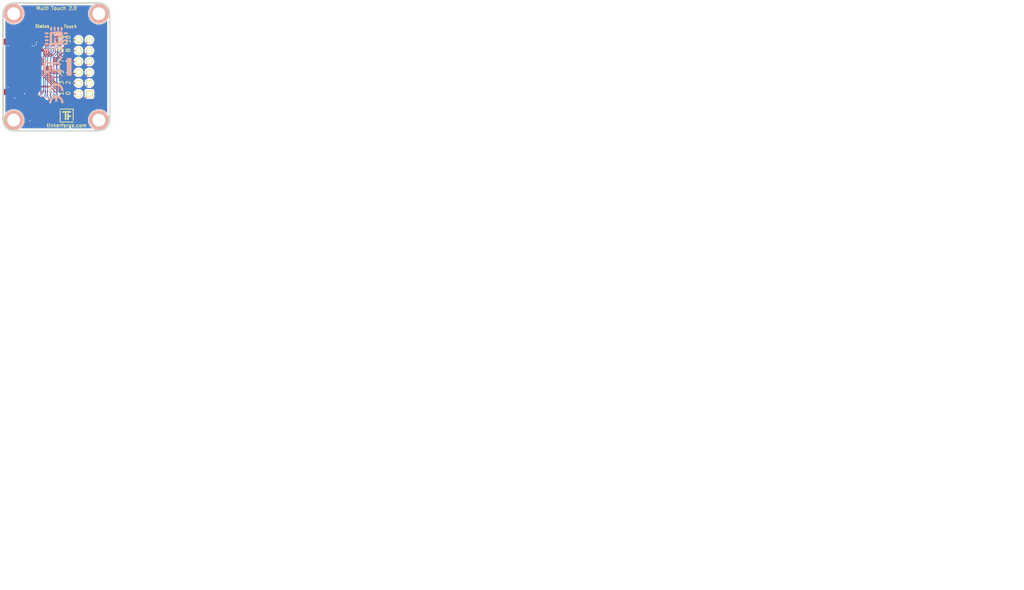
<source format=kicad_pcb>
(kicad_pcb (version 20221018) (generator pcbnew)
  (title_block (title "Multi Touch Bricklet") (date "2018-07-06") (rev "2.0") (company "Tinkerforge GmbH") (comment 1 "Licensed under CERN OHL v.1.1") (comment 2 "Copyright (©) 2018, L.Lauer <lukas@tinkerforge.com>"))
  (layers (0 "F.Cu" power "Vorderseite") (31 "B.Cu" signal "Rückseite") (34 "B.Paste" user) (35 "F.Paste" user) (36 "B.SilkS" user "B.Silkscreen") (37 "F.SilkS" user "F.Silkscreen") (38 "B.Mask" user) (39 "F.Mask" user) (44 "Edge.Cuts" user))
  (net 0 "")
  (net 1 "GND")
  (net 2 "VCC")
  (net 3 "Net-(P1-Pad4)")
  (net 4 "Net-(P1-Pad5)")
  (net 5 "Net-(P1-Pad6)")
  (net 6 "Net-(P2-Pad1)")
  (net 7 "Net-(R1-Pad1)")
  (net 8 "Net-(C2-Pad1)")
  (net 9 "Net-(D2-Pad2)")
  (net 10 "Net-(P3-Pad2)")
  (net 11 "Net-(P4-Pad1)")
  (net 12 "Net-(P4-Pad2)")
  (net 13 "Net-(P4-Pad3)")
  (net 14 "Net-(P4-Pad4)")
  (net 15 "Net-(P4-Pad5)")
  (net 16 "Net-(P4-Pad6)")
  (net 17 "Net-(P4-Pad7)")
  (net 18 "Net-(P4-Pad8)")
  (net 19 "Net-(P4-Pad9)")
  (net 20 "Net-(P4-Pad10)")
  (net 21 "Net-(P4-Pad11)")
  (net 22 "Net-(P4-Pad12)")
  (net 23 "SDA")
  (net 24 "SCL")
  (net 25 "Net-(R5-Pad1)")
  (net 26 "S-MISO")
  (net 27 "S-MOSI")
  (net 28 "S-CLK")
  (net 29 "S-CS")
  (net 30 "INT")
  (net 31 "Net-(D1-Pad2)")
  (net 32 "Net-(C1-Pad1)")
  (net 33 "Net-(R2-Pad1)")
  (net 34 "Net-(P1-Pad1)")
  (net 35 "Net-(RP2-Pad6)")
  (net 36 "Net-(U2-Pad2)")
  (net 37 "Net-(U2-Pad3)")
  (net 38 "Net-(U2-Pad5)")
  (net 39 "Net-(U2-Pad6)")
  (net 40 "Net-(U2-Pad7)")
  (net 41 "Net-(U2-Pad8)")
  (net 42 "Net-(U2-Pad11)")
  (net 43 "Net-(U2-Pad12)")
  (net 44 "Net-(U2-Pad13)")
  (net 45 "Net-(U2-Pad18)")
  (net 46 "Net-(U2-Pad21)")
  (footprint "kicad-libraries:DRILL_NP" (layer "F.Cu") (at 65.4 29.8)
    (fp_text reference "U3" hide)
    (fp_text value "DRILL" hide)
    (pad "" np_thru_hole circle (at 0 0) (size 2.99974 2.99974) (drill 2.99974) (layers "*.Cu" "*.Mask" "F.SilkS") (clearance 0.89916))
  )
  (footprint "kicad-libraries:DRILL_NP" (layer "F.Cu") (at 45.4 54.8)
    (fp_text reference "U4" hide)
    (fp_text value "DRILL" hide)
    (pad "" np_thru_hole circle (at 0 0) (size 2.99974 2.99974) (drill 2.99974) (layers "*.Cu" "*.Mask" "F.SilkS") (clearance 0.89916))
  )
  (footprint "kicad-libraries:DRILL_NP" (layer "F.Cu") (at 65.4 54.8)
    (fp_text reference "U5" hide)
    (fp_text value "DRILL" hide)
    (pad "" np_thru_hole circle (at 0 0) (size 2.99974 2.99974) (drill 2.99974) (layers "*.Cu" "*.Mask" "F.SilkS") (clearance 0.89916))
  )
  (footprint "kicad-libraries:DRILL_NP" (layer "F.Cu") (at 45.4 29.8)
    (fp_text reference "U6" hide)
    (fp_text value "DRILL" hide)
    (pad "" np_thru_hole circle (at 0 0) (size 2.99974 2.99974) (drill 2.99974) (layers "*.Cu" "*.Mask" "F.SilkS") (clearance 0.89916))
  )
  (footprint "kicad-libraries:C0402F" (layer "F.Cu") (at 48 47.5 -90)
    (fp_text reference "C2")
    (fp_text value "220pF")
    (pad "1" smd rect (at -0.5 0 270) (size 0.6 0.7) (layers "F.Cu" "F.Paste" "F.Mask") (net 8 "Net-(C2-Pad1)"))
    (pad "2" smd rect (at 0.5 0 270) (size 0.6 0.7) (layers "F.Cu" "F.Paste" "F.Mask") (net 1 "GND"))
  )
  (footprint "kicad-libraries:C0805" (layer "F.Cu") (at 48.5 35.9 -90)
    (fp_text reference "C3")
    (fp_text value "10uF")
    (pad "1" smd rect (at -1.00076 0 270) (size 1.00076 1.24968) (layers "F.Cu" "F.Paste" "F.Mask") (net 2 "VCC") (clearance 0.14986))
    (pad "2" smd rect (at 1.00076 0 270) (size 1.00076 1.24968) (layers "F.Cu" "F.Paste" "F.Mask") (net 1 "GND") (clearance 0.14986))
  )
  (footprint "kicad-libraries:C0603F" (layer "F.Cu") (at 50 35.9 -90)
    (fp_text reference "C4")
    (fp_text value "1uF")
    (pad "1" smd rect (at -0.75 0 270) (size 0.9 0.9) (layers "F.Cu" "F.Paste" "F.Mask") (net 2 "VCC"))
    (pad "2" smd rect (at 0.75 0 270) (size 0.9 0.9) (layers "F.Cu" "F.Paste" "F.Mask") (net 1 "GND"))
  )
  (footprint "kicad-libraries:C0603F" (layer "F.Cu") (at 50.7 55 180)
    (fp_text reference "C5")
    (fp_text value "100nF")
    (pad "1" smd rect (at -0.75 0 180) (size 0.9 0.9) (layers "F.Cu" "F.Paste" "F.Mask") (net 2 "VCC"))
    (pad "2" smd rect (at 0.75 0 180) (size 0.9 0.9) (layers "F.Cu" "F.Paste" "F.Mask") (net 1 "GND"))
  )
  (footprint "kicad-libraries:D0603F" (layer "F.Cu") (at 52.1 31.6 180)
    (fp_text reference "D2")
    (fp_text value "blue")
    (pad "1" smd rect (at -0.75 0 180) (size 0.9 0.9) (layers "F.Cu" "F.Paste" "F.Mask") (net 2 "VCC"))
    (pad "2" smd rect (at 0.75 0 180) (size 0.9 0.9) (layers "F.Cu" "F.Paste" "F.Mask") (net 9 "Net-(D2-Pad2)"))
  )
  (footprint "kicad-libraries:CON-SENSOR2" (layer "F.Cu") (at 42.9 42.3 -90)
    (fp_text reference "P1")
    (fp_text value "CON-SENSOR2")
    (pad "1" smd rect (at -3.75 -4.6 270) (size 0.6 1.8) (layers "F.Cu" "F.Paste" "F.Mask") (net 34 "Net-(P1-Pad1)"))
    (pad "2" smd rect (at -2.5 -4.6 270) (size 0.6 1.8) (layers "F.Cu" "F.Paste" "F.Mask") (net 1 "GND"))
    (pad "3" smd rect (at -1.25 -4.6 270) (size 0.6 1.8) (layers "F.Cu" "F.Paste" "F.Mask") (net 2 "VCC"))
    (pad "4" smd rect (at 0 -4.6 270) (size 0.6 1.8) (layers "F.Cu" "F.Paste" "F.Mask") (net 3 "Net-(P1-Pad4)"))
    (pad "5" smd rect (at 1.25 -4.6 270) (size 0.6 1.8) (layers "F.Cu" "F.Paste" "F.Mask") (net 4 "Net-(P1-Pad5)"))
    (pad "6" smd rect (at 2.5 -4.6 270) (size 0.6 1.8) (layers "F.Cu" "F.Paste" "F.Mask") (net 5 "Net-(P1-Pad6)"))
    (pad "7" smd rect (at 3.75 -4.6 270) (size 0.6 1.8) (layers "F.Cu" "F.Paste" "F.Mask") (net 8 "Net-(C2-Pad1)"))
    (pad "EP" smd rect (at -5.9 -1.2 270) (size 1.4 2.4) (layers "F.Cu" "F.Paste" "F.Mask") (net 1 "GND"))
    (pad "EP" smd rect (at 5.9 -1.2 270) (size 1.4 2.4) (layers "F.Cu" "F.Paste" "F.Mask") (net 1 "GND"))
  )
  (footprint "kicad-libraries:DEBUG_PAD" (layer "F.Cu") (at 54.05 51.95)
    (fp_text reference "P2")
    (fp_text value "DEBUG")
    (pad "1" smd circle (at 0 0) (size 0.7 0.7) (layers "F.Cu" "F.Paste" "F.Mask") (net 6 "Net-(P2-Pad1)"))
  )
  (footprint "kicad-libraries:SolderJumper" (layer "F.Cu") (at 45.9 50.6)
    (fp_text reference "P3")
    (fp_text value "BOOT")
    (pad "1" smd rect (at -0.5 0) (size 0.4 1.4) (layers "F.Cu" "F.Mask") (net 1 "GND"))
    (pad "1" smd rect (at -0.225 -0.55) (size 0.95 0.3) (layers "F.Cu" "F.Mask") (net 1 "GND"))
    (pad "1" smd rect (at -0.225 0.55) (size 0.95 0.3) (layers "F.Cu" "F.Mask") (net 1 "GND"))
    (pad "2" smd rect (at 0.15 0) (size 0.6 0.5) (layers "F.Cu" "F.Mask") (net 10 "Net-(P3-Pad2)"))
    (pad "2" smd rect (at 0.55 0) (size 0.3 1.4) (layers "F.Cu" "F.Mask") (net 10 "Net-(P3-Pad2)"))
  )
  (footprint "kicad-libraries:pin_array_6x2" (layer "F.Cu") (at 61.9 42.3 90)
    (fp_text reference "P4")
    (fp_text value "CONN_01X12")
    (pad "1" thru_hole rect (at -6.35 1.27 90) (size 1.524 1.524) (drill 1.016) (layers "*.Cu" "*.Mask" "F.SilkS") (net 11 "Net-(P4-Pad1)"))
    (pad "2" thru_hole circle (at -6.35 -1.27 90) (size 1.524 1.524) (drill 1.016) (layers "*.Cu" "*.Mask" "F.SilkS") (net 12 "Net-(P4-Pad2)"))
    (pad "3" thru_hole circle (at -3.81 1.27 90) (size 1.524 1.524) (drill 1.016) (layers "*.Cu" "*.Mask" "F.SilkS") (net 13 "Net-(P4-Pad3)"))
    (pad "4" thru_hole circle (at -3.81 -1.27 90) (size 1.524 1.524) (drill 1.016) (layers "*.Cu" "*.Mask" "F.SilkS") (net 14 "Net-(P4-Pad4)"))
    (pad "5" thru_hole circle (at -1.27 1.27 90) (size 1.524 1.524) (drill 1.016) (layers "*.Cu" "*.Mask" "F.SilkS") (net 15 "Net-(P4-Pad5)"))
    (pad "6" thru_hole circle (at -1.27 -1.27 90) (size 1.524 1.524) (drill 1.016) (layers "*.Cu" "*.Mask" "F.SilkS") (net 16 "Net-(P4-Pad6)"))
    (pad "7" thru_hole circle (at 1.27 1.27 90) (size 1.524 1.524) (drill 1.016) (layers "*.Cu" "*.Mask" "F.SilkS") (net 17 "Net-(P4-Pad7)"))
    (pad "8" thru_hole circle (at 1.27 -1.27 90) (size 1.524 1.524) (drill 1.016) (layers "*.Cu" "*.Mask" "F.SilkS") (net 18 "Net-(P4-Pad8)"))
    (pad "9" thru_hole circle (at 3.81 1.27 90) (size 1.524 1.524) (drill 1.016) (layers "*.Cu" "*.Mask" "F.SilkS") (net 19 "Net-(P4-Pad9)"))
    (pad "10" thru_hole circle (at 3.81 -1.27 90) (size 1.524 1.524) (drill 1.016) (layers "*.Cu" "*.Mask" "F.SilkS") (net 20 "Net-(P4-Pad10)"))
    (pad "11" thru_hole circle (at 6.35 1.27 90) (size 1.524 1.524) (drill 1.016) (layers "*.Cu" "*.Mask" "F.SilkS") (net 21 "Net-(P4-Pad11)"))
    (pad "12" thru_hole circle (at 6.35 -1.27 90) (size 1.524 1.524) (drill 1.016) (layers "*.Cu" "*.Mask" "F.SilkS") (net 22 "Net-(P4-Pad12)"))
  )
  (footprint "kicad-libraries:R0603F" (layer "F.Cu") (at 52.1 30.2 180)
    (fp_text reference "R5")
    (fp_text value "1k")
    (pad "1" smd rect (at -0.75 0 180) (size 0.9 0.9) (layers "F.Cu" "F.Paste" "F.Mask") (net 25 "Net-(R5-Pad1)"))
    (pad "2" smd rect (at 0.75 0 180) (size 0.9 0.9) (layers "F.Cu" "F.Paste" "F.Mask") (net 9 "Net-(D2-Pad2)"))
  )
  (footprint "kicad-libraries:4X0402" (layer "F.Cu") (at 49.7 47.5 180)
    (fp_text reference "RP1")
    (fp_text value "82")
    (pad "1" smd rect (at -0.7493 0.575) (size 0.29972 0.65) (layers "F.Cu" "F.Paste" "F.Mask") (net 3 "Net-(P1-Pad4)"))
    (pad "2" smd rect (at -0.24892 0.575) (size 0.29972 0.65) (layers "F.Cu" "F.Paste" "F.Mask") (net 4 "Net-(P1-Pad5)"))
    (pad "3" smd rect (at 0.24892 0.575) (size 0.29972 0.65) (layers "F.Cu" "F.Paste" "F.Mask") (net 5 "Net-(P1-Pad6)"))
    (pad "4" smd rect (at 0.7493 0.575) (size 0.29972 0.65) (layers "F.Cu" "F.Paste" "F.Mask") (net 8 "Net-(C2-Pad1)"))
    (pad "5" smd rect (at 0.7493 -0.575 180) (size 0.29972 0.65) (layers "F.Cu" "F.Paste" "F.Mask") (net 26 "S-MISO"))
    (pad "6" smd rect (at 0.24892 -0.575 180) (size 0.29972 0.65) (layers "F.Cu" "F.Paste" "F.Mask") (net 27 "S-MOSI"))
    (pad "7" smd rect (at -0.24892 -0.575 180) (size 0.29972 0.65) (layers "F.Cu" "F.Paste" "F.Mask") (net 28 "S-CLK"))
    (pad "8" smd rect (at -0.7493 -0.575 180) (size 0.29972 0.65) (layers "F.Cu" "F.Paste" "F.Mask") (net 29 "S-CS"))
  )
  (footprint "kicad-libraries:QFN24-4x4mm-0.5mm" (layer "F.Cu") (at 50.7 51.7)
    (fp_text reference "U2")
    (fp_text value "XMC1100")
    (pad "1" smd oval (at -2.025 -1.25) (size 1 0.3) (layers "F.Cu" "F.Paste" "F.Mask") (net 26 "S-MISO"))
    (pad "2" smd oval (at -2.025 -0.75) (size 1 0.3) (layers "F.Cu" "F.Paste" "F.Mask") (net 36 "Net-(U2-Pad2)"))
    (pad "3" smd oval (at -2.025 -0.25) (size 1 0.3) (layers "F.Cu" "F.Paste" "F.Mask") (net 37 "Net-(U2-Pad3)"))
    (pad "4" smd oval (at -2.025 0.25) (size 1 0.3) (layers "F.Cu" "F.Paste" "F.Mask") (net 10 "Net-(P3-Pad2)"))
    (pad "5" smd oval (at -2.025 0.75) (size 1 0.3) (layers "F.Cu" "F.Paste" "F.Mask") (net 38 "Net-(U2-Pad5)"))
    (pad "6" smd oval (at -2.025 1.25) (size 1 0.3) (layers "F.Cu" "F.Paste" "F.Mask") (net 39 "Net-(U2-Pad6)"))
    (pad "7" smd oval (at -1.25 2.025 90) (size 1 0.3) (layers "F.Cu" "F.Paste" "F.Mask") (net 40 "Net-(U2-Pad7)"))
    (pad "8" smd oval (at -0.75 2.025 90) (size 1 0.3) (layers "F.Cu" "F.Paste" "F.Mask") (net 41 "Net-(U2-Pad8)"))
    (pad "9" smd oval (at -0.25 2.025 90) (size 1 0.3) (layers "F.Cu" "F.Paste" "F.Mask") (net 1 "GND"))
    (pad "10" smd oval (at 0.25 2.025 90) (size 1 0.3) (layers "F.Cu" "F.Paste" "F.Mask") (net 2 "VCC"))
    (pad "11" smd oval (at 0.75 2.025 90) (size 1 0.3) (layers "F.Cu" "F.Paste" "F.Mask") (net 42 "Net-(U2-Pad11)"))
    (pad "12" smd oval (at 1.25 2.025 90) (size 1 0.3) (layers "F.Cu" "F.Paste" "F.Mask") (net 43 "Net-(U2-Pad12)"))
    (pad "13" smd oval (at 2.025 1.25) (size 1 0.3) (layers "F.Cu" "F.Paste" "F.Mask") (net 44 "Net-(U2-Pad13)"))
    (pad "14" smd oval (at 2.025 0.75) (size 1 0.3) (layers "F.Cu" "F.Paste" "F.Mask") (net 7 "Net-(R1-Pad1)"))
    (pad "15" smd oval (at 2.025 0.25) (size 1 0.3) (layers "F.Cu" "F.Paste" "F.Mask") (net 6 "Net-(P2-Pad1)"))
    (pad "16" smd oval (at 2.025 -0.25) (size 1 0.3) (layers "F.Cu" "F.Paste" "F.Mask") (net 25 "Net-(R5-Pad1)"))
    (pad "17" smd oval (at 2.025 -0.75) (size 1 0.3) (layers "F.Cu" "F.Paste" "F.Mask") (net 23 "SDA"))
    (pad "18" smd oval (at 2.025 -1.25) (size 1 0.3) (layers "F.Cu" "F.Paste" "F.Mask") (net 45 "Net-(U2-Pad18)"))
    (pad "19" smd oval (at 1.25 -2.025 90) (size 1 0.3) (layers "F.Cu" "F.Paste" "F.Mask") (net 24 "SCL"))
    (pad "20" smd oval (at 0.75 -2.025 90) (size 1 0.3) (layers "F.Cu" "F.Paste" "F.Mask") (net 30 "INT"))
    (pad "21" smd oval (at 0.25 -2.025 90) (size 1 0.3) (layers "F.Cu" "F.Paste" "F.Mask") (net 46 "Net-(U2-Pad21)"))
    (pad "22" smd oval (at -0.25 -2.025 90) (size 1 0.3) (layers "F.Cu" "F.Paste" "F.Mask") (net 29 "S-CS"))
    (pad "23" smd oval (at -0.75 -2.025 90) (size 1 0.3) (layers "F.Cu" "F.Paste" "F.Mask") (net 28 "S-CLK"))
    (pad "24" smd oval (at -1.25 -2.025 90) (size 1 0.3) (layers "F.Cu" "F.Paste" "F.Mask") (net 27 "S-MOSI"))
    (pad "EXP" smd rect (at -0.65 -0.65) (size 1.3 1.3) (layers "F.Cu" "F.Paste" "F.Mask") (net 1 "GND"))
    (pad "EXP" smd rect (at -0.65 0.65) (size 1.3 1.3) (layers "F.Cu" "F.Paste" "F.Mask") (net 1 "GND"))
    (pad "EXP" smd rect (at 0.65 -0.65) (size 1.3 1.3) (layers "F.Cu" "F.Paste" "F.Mask") (net 1 "GND"))
    (pad "EXP" smd rect (at 0.65 0.65) (size 1.3 1.3) (layers "F.Cu" "F.Paste" "F.Mask") (net 1 "GND"))
  )
  (footprint "kicad-libraries:4X0402" (layer "F.Cu") (at 52.6 47.5 180)
    (fp_text reference "RP2")
    (fp_text value "10k")
    (pad "1" smd rect (at -0.7493 0.575) (size 0.29972 0.65) (layers "F.Cu" "F.Paste" "F.Mask") (net 2 "VCC"))
    (pad "2" smd rect (at -0.24892 0.575) (size 0.29972 0.65) (layers "F.Cu" "F.Paste" "F.Mask") (net 2 "VCC"))
    (pad "3" smd rect (at 0.24892 0.575) (size 0.29972 0.65) (layers "F.Cu" "F.Paste" "F.Mask") (net 2 "VCC"))
    (pad "4" smd rect (at 0.7493 0.575) (size 0.29972 0.65) (layers "F.Cu" "F.Paste" "F.Mask") (net 2 "VCC"))
    (pad "5" smd rect (at 0.7493 -0.575 180) (size 0.29972 0.65) (layers "F.Cu" "F.Paste" "F.Mask") (net 30 "INT"))
    (pad "6" smd rect (at 0.24892 -0.575 180) (size 0.29972 0.65) (layers "F.Cu" "F.Paste" "F.Mask") (net 35 "Net-(RP2-Pad6)"))
    (pad "7" smd rect (at -0.24892 -0.575 180) (size 0.29972 0.65) (layers "F.Cu" "F.Paste" "F.Mask") (net 24 "SCL"))
    (pad "8" smd rect (at -0.7493 -0.575 180) (size 0.29972 0.65) (layers "F.Cu" "F.Paste" "F.Mask") (net 23 "SDA"))
  )
  (footprint "kicad-libraries:D0603F" (layer "F.Cu") (at 58.7 31.6)
    (fp_text reference "D1")
    (fp_text value "green")
    (pad "1" smd rect (at -0.75 0) (size 0.9 0.9) (layers "F.Cu" "F.Paste" "F.Mask") (net 2 "VCC"))
    (pad "2" smd rect (at 0.75 0) (size 0.9 0.9) (layers "F.Cu" "F.Paste" "F.Mask") (net 31 "Net-(D1-Pad2)"))
  )
  (footprint "kicad-libraries:R0603F" (layer "F.Cu") (at 58.7 30.2)
    (fp_text reference "R1")
    (fp_text value "1k")
    (pad "1" smd rect (at -0.75 0) (size 0.9 0.9) (layers "F.Cu" "F.Paste" "F.Mask") (net 7 "Net-(R1-Pad1)"))
    (pad "2" smd rect (at 0.75 0) (size 0.9 0.9) (layers "F.Cu" "F.Paste" "F.Mask") (net 31 "Net-(D1-Pad2)"))
  )
  (footprint "tinkerforge:C0603F" (layer "F.Cu") (at 51.8 37.6 90)
    (fp_text reference "C1")
    (fp_text value "100nF")
    (pad "1" smd rect (at -0.75 0 90) (size 0.9 0.9) (layers "F.Cu" "F.Paste" "F.Mask") (net 32 "Net-(C1-Pad1)"))
    (pad "2" smd rect (at 0.75 0 90) (size 0.9 0.9) (layers "F.Cu" "F.Paste" "F.Mask") (net 1 "GND"))
  )
  (footprint "tinkerforge:R0603F" (layer "F.Cu") (at 49.9 39.8 90)
    (fp_text reference "R2")
    (fp_text value "75k")
    (pad "1" smd rect (at -0.75 0 90) (size 0.9 0.9) (layers "F.Cu" "F.Paste" "F.Mask") (net 33 "Net-(R2-Pad1)"))
    (pad "2" smd rect (at 0.75 0 90) (size 0.9 0.9) (layers "F.Cu" "F.Paste" "F.Mask") (net 1 "GND"))
  )
  (footprint "kicad-libraries:C0603F" (layer "F.Cu") (at 54 36.8)
    (fp_text reference "C6")
    (fp_text value "100nF")
    (pad "1" smd rect (at -0.75 0) (size 0.9 0.9) (layers "F.Cu" "F.Paste" "F.Mask") (net 1 "GND"))
    (pad "2" smd rect (at 0.75 0) (size 0.9 0.9) (layers "F.Cu" "F.Paste" "F.Mask") (net 2 "VCC"))
  )
  (footprint "tinkerforge:QFN20-3X3" (layer "F.Cu") (at 53.5 41 180)
    (fp_text reference "U1")
    (fp_text value "MPR121Q")
    (pad "1" smd rect (at -0.79756 1.4986) (size 0.24892 0.89916) (layers "F.Cu" "F.Paste" "F.Mask") (net 30 "INT"))
    (pad "2" smd rect (at -0.39878 1.4986) (size 0.24892 0.89916) (layers "F.Cu" "F.Paste" "F.Mask") (net 24 "SCL"))
    (pad "3" smd rect (at 0 1.4986) (size 0.24892 0.89916) (layers "F.Cu" "F.Paste" "F.Mask") (net 23 "SDA"))
    (pad "4" smd rect (at 0.39878 1.4986) (size 0.24892 0.89916) (layers "F.Cu" "F.Paste" "F.Mask") (net 1 "GND"))
    (pad "5" smd rect (at 0.79756 1.4986) (size 0.24892 0.89916) (layers "F.Cu" "F.Paste" "F.Mask") (net 32 "Net-(C1-Pad1)"))
    (pad "6" smd rect (at 1.4986 0.79756 90) (size 0.24892 0.89916) (layers "F.Cu" "F.Paste" "F.Mask") (net 1 "GND"))
    (pad "7" smd rect (at 1.4986 0.39878 90) (size 0.24892 0.89916) (layers "F.Cu" "F.Paste" "F.Mask") (net 33 "Net-(R2-Pad1)"))
    (pad "8" smd rect (at 1.4986 0 90) (size 0.24892 0.89916) (layers "F.Cu" "F.Paste" "F.Mask") (net 11 "Net-(P4-Pad1)"))
    (pad "9" smd rect (at 1.4986 -0.39878 90) (size 0.24892 0.89916) (layers "F.Cu" "F.Paste" "F.Mask") (net 12 "Net-(P4-Pad2)"))
    (pad "10" smd rect (at 1.4986 -0.79756 90) (size 0.24892 0.89916) (layers "F.Cu" "F.Paste" "F.Mask") (net 13 "Net-(P4-Pad3)"))
    (pad "11" smd rect (at 0.79756 -1.4986 180) (size 0.24892 0.89916) (layers "F.Cu" "F.Paste" "F.Mask") (net 14 "Net-(P4-Pad4)"))
    (pad "12" smd rect (at 0.39878 -1.4986 180) (size 0.24892 0.89916) (layers "F.Cu" "F.Paste" "F.Mask") (net 15 "Net-(P4-Pad5)"))
    (pad "13" smd rect (at 0 -1.4986 180) (size 0.24892 0.89916) (layers "F.Cu" "F.Paste" "F.Mask") (net 16 "Net-(P4-Pad6)"))
    (pad "14" smd rect (at -0.39878 -1.4986 180) (size 0.24892 0.89916) (layers "F.Cu" "F.Paste" "F.Mask") (net 17 "Net-(P4-Pad7)"))
    (pad "15" smd rect (at -0.79756 -1.4986 180) (size 0.24892 0.89916) (layers "F.Cu" "F.Paste" "F.Mask") (net 18 "Net-(P4-Pad8)"))
    (pad "16" smd rect (at -1.4986 -0.79756 270) (size 0.24892 0.89916) (layers "F.Cu" "F.Paste" "F.Mask") (net 19 "Net-(P4-Pad9)"))
    (pad "17" smd rect (at -1.4986 -0.39878 270) (size 0.24892 0.89916) (layers "F.Cu" "F.Paste" "F.Mask") (net 20 "Net-(P4-Pad10)"))
    (pad "18" smd rect (at -1.4986 0 270) (size 0.24892 0.89916) (layers "F.Cu" "F.Paste" "F.Mask") (net 21 "Net-(P4-Pad11)"))
    (pad "19" smd rect (at -1.4986 0.39878 270) (size 0.24892 0.89916) (layers "F.Cu" "F.Paste" "F.Mask") (net 22 "Net-(P4-Pad12)"))
    (pad "20" smd rect (at -1.4986 0.79756 270) (size 0.24892 0.89916) (layers "F.Cu" "F.Paste" "F.Mask") (net 2 "VCC"))
  )
  (footprint "tinkerforge:Logo_31x31" (layer "F.Cu") (at 57.85 53.75)
    (fp_text reference "G***" hide)
    (fp_text value "LOGO" hide)
  )
  (footprint "tinkerforge:Fiducial_Mark" (layer "F.Cu") (at 48.9 32.3)
    (fp_text reference "Fiducial_Mark" hide)
    (fp_text value "VAL**" hide)
    (pad "1" smd circle (at 0 0) (size 1.00076 1.00076) (layers "F.Cu" "F.Paste" "F.Mask") (clearance 0.65024))
  )
  (footprint "tinkerforge:Fiducial_Mark" (layer "F.Cu") (at 61.9 33.3)
    (fp_text reference "Fiducial_Mark" hide)
    (fp_text value "VAL**" hide)
    (pad "1" smd circle (at 0 0) (size 1.00076 1.00076) (layers "F.Cu" "F.Paste" "F.Mask") (clearance 0.65024))
  )
  (footprint "tinkerforge:Fiducial_Mark" (layer "F.Cu") (at 61.9 51.3)
    (fp_text reference "Fiducial_Mark" hide)
    (fp_text value "VAL**" hide)
    (pad "1" smd circle (at 0 0) (size 1.00076 1.00076) (layers "F.Cu" "F.Paste" "F.Mask") (clearance 0.65024))
  )
  (footprint "tinkerforge:Fiducial_Mark" (layer "F.Cu") (at 65.9 42.3)
    (fp_text reference "Fiducial_Mark" hide)
    (fp_text value "VAL**" hide)
    (pad "1" smd circle (at 0 0) (size 1.00076 1.00076) (layers "F.Cu" "F.Paste" "F.Mask") (clearance 0.65024))
  )
  (footprint "tinkerforge:WEEE_7mm" (layer "B.Cu") (at 55.4 42.3 -90)
    (fp_text reference "VAL" hide)
    (fp_text value "WEEE_7mm" hide)
  )
  (footprint "tinkerforge:Logo_CoMCU" (layer "B.Cu") (at 55.4 35.6 -90)
    (fp_text reference "G***" hide)
    (fp_text value "LOGO" hide)
  )
  (footprint "tinkerforge:CE_5mm" (layer "B.Cu") (at 55.4 48.55 -90)
    (fp_text reference "VAL" hide)
    (fp_text value "CE_5mm" hide)
  )
  (gr_line (start 45.4 57.3) (end 65.4 57.3) (stroke (width 0.381)) (layer "Edge.Cuts"))
  (gr_line (start 65.5 27.3) (end 45.4 27.3) (stroke (width 0.381)) (layer "Edge.Cuts"))
  (gr_arc (start 67.9 54.8) (mid 67.167767 56.567767) (end 65.4 57.3) (stroke (width 0.381)) (layer "Edge.Cuts"))
  (gr_line (start 42.9 54.8) (end 42.9 29.8) (stroke (width 0.381)) (layer "Edge.Cuts"))
  (gr_line (start 67.9 29.9) (end 67.9 54.8) (stroke (width 0.381)) (layer "Edge.Cuts"))
  (gr_arc (start 65.5 27.3) (mid 67.238478 28.102944) (end 67.9 29.9) (stroke (width 0.381)) (layer "Edge.Cuts"))
  (gr_arc (start 42.9 29.8) (mid 43.632233 28.032233) (end 45.4 27.3) (stroke (width 0.381)) (layer "Edge.Cuts"))
  (gr_arc (start 45.4 57.3) (mid 43.632233 56.567767) (end 42.9 54.8) (stroke (width 0.381)) (layer "Edge.Cuts"))
  (gr_text "11" (at 56.6 35.8 90) (layer "F.SilkS") (effects (font (size 1 1))))
  (gr_text "tinkerforge.com" (at 57.85 56.05) (layer "F.SilkS") (effects (font (size 0.8 0.8))))
  (gr_text "Status" (at 52.12 32.75) (layer "F.SilkS") (effects (font (size 0.7 0.7))))
  (gr_text "1" (at 56.6 48.5 90) (layer "F.SilkS") (effects (font (size 1 1))))
  (gr_text "8" (at 58.2 38.4 90) (layer "F.SilkS") (effects (font (size 1 1))))
  (gr_text "5" (at 56.6 43.5 90) (layer "F.SilkS") (effects (font (size 1 1))))
  (gr_text "7" (at 56.6 40.9 90) (layer "F.SilkS") (effects (font (size 1 1))))
  (gr_text "Touch\n" (at 58.7 32.8) (layer "F.SilkS") (effects (font (size 0.7 0.7))))
  (gr_text "9" (at 56.6 38.4 90) (layer "F.SilkS") (effects (font (size 1 1))))
  (gr_text "6" (at 58.2 40.9 90) (layer "F.SilkS") (effects (font (size 1 1))))
  (gr_text "3" (at 56.6 46 90) (layer "F.SilkS") (effects (font (size 1 1))))
  (gr_text "2" (at 58.2 46 90) (layer "F.SilkS") (effects (font (size 1 1))))
  (gr_text "10" (at 58.2 35.8 90) (layer "F.SilkS") (effects (font (size 1 1))))
  (gr_text "Multi Touch 2.0" (at 55.45 28.55) (layer "F.SilkS") (effects (font (size 0.8 0.8))))
  (gr_text "4" (at 58.2 43.5 90) (layer "F.SilkS") (effects (font (size 1 1))))
  (gr_text "0" (at 58.2 48.5 90) (layer "F.SilkS") (effects (font (size 1 1))))
  (segment (start 46.41 39.8) (end 46.16 39.55) (width 0.55) (layer "F.Cu") (net 1))
  (segment (start 46.16 39.55) (end 46.16 37.99) (width 0.55) (layer "F.Cu") (net 1))
  (segment (start 46.16 37.99) (end 47.24924 36.90076) (width 0.55) (layer "F.Cu") (net 1))
  (segment (start 47.24924 36.90076) (end 48.5 36.90076) (width 0.55) (layer "F.Cu") (net 1))
  (segment (start 49.10924 36.90076) (end 49.36 36.65) (width 0.55) (layer "F.Cu") (net 1))
  (segment (start 49.36 36.65) (end 50 36.65) (width 0.55) (layer "F.Cu") (net 1))
  (segment (start 50 37.13) (end 49.75 37.38) (width 0.55) (layer "F.Cu") (net 1))
  (segment (start 50.31 37.38) (end 50 37.07) (width 0.55) (layer "F.Cu") (net 1))
  (segment (start 50.37 36.65) (end 50.73 37.01) (width 0.55) (layer "F.Cu") (net 1))
  (segment (start 50.54 36.65) (end 50.73 36.46) (width 0.55) (layer "F.Cu") (net 1))
  (segment (start 50.68 37.01) (end 50.31 37.38) (width 0.55) (layer "F.Cu") (net 1))
  (segment (start 50.19 36.46) (end 50 36.65) (width 0.55) (layer "F.Cu") (net 1))
  (segment (start 51.35 51.05) (end 51.35 52.35) (width 0.2) (layer "F.Cu") (net 1))
  (segment (start 51.35 52.35) (end 50.05 52.35) (width 0.2) (layer "F.Cu") (net 1))
  (segment (start 50.05 52.35) (end 50.05 51.05) (width 0.2) (layer "F.Cu") (net 1))
  (segment (start 50.45 52.75) (end 50.05 52.35) (width 0.2) (layer "F.Cu") (net 1))
  (segment (start 49.95 54.94) (end 50.45 54.44) (width 0.25) (layer "F.Cu") (net 1))
  (segment (start 50.45 54.44) (end 50.45 53.725) (width 0.25) (layer "F.Cu") (net 1))
  (segment (start 45.48 51.15) (end 45.4 51.07) (width 0.25) (layer "F.Cu") (net 1))
  (segment (start 45.4 51.07) (end 45.4 50.59) (width 0.25) (layer "F.Cu") (net 1))
  (segment (start 45.4 50.59) (end 45.4 50.6) (width 0.25) (layer "F.Cu") (net 1))
  (segment (start 45.4 50.14) (end 45.49 50.05) (width 0.25) (layer "F.Cu") (net 1))
  (segment (start 45.49 50.05) (end 45.67 50.05) (width 0.25) (layer "F.Cu") (net 1))
  (segment (start 45.67 50.05) (end 45.675 50.05) (width 0.25) (layer "F.Cu") (net 1))
  (segment (start 45.675 49.615) (end 45.67 49.61) (width 0.25) (layer "F.Cu") (net 1))
  (segment (start 50.05 51.05) (end 51.35 51.05) (width 0.2) (layer "F.Cu") (net 1))
  (segment (start 49.95 55) (end 49.95 54.94) (width 0.25) (layer "F.Cu") (net 1))
  (segment (start 50.73 36.46) (end 50.19 36.46) (width 0.55) (layer "F.Cu") (net 1))
  (segment (start 50.73 37.01) (end 50.68 37.01) (width 0.55) (layer "F.Cu") (net 1))
  (segment (start 50.85 37.92) (end 50.28 37.35) (width 0.25) (layer "F.Cu") (net 1))
  (segment (start 48.5 36.90076) (end 49.10924 36.90076) (width 0.55) (layer "F.Cu") (net 1))
  (segment (start 47.5 39.8) (end 46.41 39.8) (width 0.55) (layer "F.Cu") (net 1))
  (segment (start 51.6 36.65) (end 51.8 36.85) (width 0.25) (layer "F.Cu") (net 1))
  (segment (start 49.9 38.75) (end 49.9 36.75) (width 0.25) (layer "F.Cu") (net 1))
  (segment (start 51.8 36.85) (end 53.2 36.85) (width 0.25) (layer "F.Cu") (net 1))
  (segment (start 53.1 38.60501) (end 53.1 39.6) (width 0.2) (layer "F.Cu") (net 1))
  (segment (start 50 36.65) (end 51.6 36.65) (width 0.25) (layer "F.Cu") (net 1))
  (segment (start 51.1 40.2) (end 51.10244 40.20244) (width 0.15) (layer "F.Cu") (net 1))
  (segment (start 50.54 36.65) (end 50 36.65) (width 0.55) (layer "F.Cu") (net 1))
  (segment (start 52.931698 38.436708) (end 53.1 38.60501) (width 0.2) (layer "F.Cu") (net 1))
  (segment (start 49.95 55) (end 49.21 55) (width 0.55) (layer "F.Cu") (net 1))
  (segment (start 49.75 37.38) (end 50.31 37.38) (width 0.55) (layer "F.Cu") (net 1))
  (segment (start 49.9 36.75) (end 50 36.65) (width 0.25) (layer "F.Cu") (net 1))
  (segment (start 49.95 55) (end 49.95 54.84) (width 0.2) (layer "F.Cu") (net 1))
  (segment (start 45.4 50.6) (end 45.4 50.14) (width 0.25) (layer "F.Cu") (net 1))
  (segment (start 52.931698 36.968302) (end 52.931698 38.436708) (width 0.2) (layer "F.Cu") (net 1))
  (segment (start 53.1 36.8) (end 52.931698 36.968302) (width 0.2) (layer "F.Cu") (net 1))
  (segment (start 50 36.65) (end 50 37.13) (width 0.55) (layer "F.Cu") (net 1))
  (segment (start 48 48) (end 48 48.6) (width 0.55) (layer "F.Cu") (net 1))
  (segment (start 45.675 50.05) (end 45.675 49.615) (width 0.25) (layer "F.Cu") (net 1))
  (segment (start 44.1 36.4) (end 44.1 37.4) (width 0.55) (layer "F.Cu") (net 1))
  (segment (start 50 36.65) (end 50.37 36.65) (width 0.55) (layer "F.Cu") (net 1))
  (segment (start 44.1 48.2) (end 44.1 47.2) (width 0.55) (layer "F.Cu") (net 1))
  (segment (start 50.73 37.01) (end 50.73 36.46) (width 0.55) (layer "F.Cu") (net 1))
  (segment (start 50 37.35) (end 50 36.65) (width 0.25) (layer "F.Cu") (net 1))
  (segment (start 51.1 40.2) (end 50.85 39.95) (width 0.25) (layer "F.Cu") (net 1))
  (segment (start 53.2 36.85) (end 53.25 36.8) (width 0.25) (layer "F.Cu") (net 1))
  (segment (start 50.45 53.725) (end 50.45 52.75) (width 0.2) (layer "F.Cu") (net 1))
  (segment (start 51.10244 40.20244) (end 52.0014 40.20244) (width 0.25) (layer "F.Cu") (net 1))
  (segment (start 50.28 37.35) (end 50 37.35) (width 0.25) (layer "F.Cu") (net 1))
  (segment (start 50.85 39.95) (end 50.85 37.92) (width 0.25) (layer "F.Cu") (net 1))
  (segment (start 45.675 51.15) (end 45.48 51.15) (width 0.25) (layer "F.Cu") (net 1))
  (via (at 49.21 55) (size 0.55) (drill 0.25) (layers "F.Cu" "B.Cu") (net 1))
  (via (at 49.75 37.38) (size 0.55) (drill 0.25) (layers "F.Cu" "B.Cu") (net 1))
  (via (at 50.73 36.46) (size 0.55) (drill 0.25) (layers "F.Cu" "B.Cu") (net 1))
  (via (at 44.1 37.4) (size 0.55) (drill 0.25) (layers "F.Cu" "B.Cu") (net 1))
  (via (at 50.31 37.38) (size 0.55) (drill 0.25) (layers "F.Cu" "B.Cu") (net 1))
  (via (at 44.1 47.2) (size 0.55) (drill 0.25) (layers "F.Cu" "B.Cu") (net 1))
  (via (at 50.73 37.01) (size 0.55) (drill 0.25) (layers "F.Cu" "B.Cu") (net 1))
  (via (at 45.67 49.61) (size 0.55) (drill 0.25) (layers "F.Cu" "B.Cu") (net 1))
  (via (at 48 48.6) (size 0.55) (drill 0.25) (layers "F.Cu" "B.Cu") (net 1))
  (segment (start 46.19 41.05) (end 45.44 40.3) (width 0.55) (layer "F.Cu") (net 2))
  (segment (start 45.44 40.3) (end 45.44 37.6) (width 0.55) (layer "F.Cu") (net 2))
  (segment (start 45.44 37.6) (end 48.14076 34.89924) (width 0.55) (layer "F.Cu") (net 2))
  (segment (start 48.14076 34.89924) (end 48.5 34.89924) (width 0.55) (layer "F.Cu") (net 2))
  (segment (start 49.16924 34.89924) (end 49.42 35.15) (width 0.55) (layer "F.Cu") (net 2))
  (segment (start 49.42 35.15) (end 50 35.15) (width 0.55) (layer "F.Cu") (net 2))
  (segment (start 51.45 54.96) (end 50.95 54.46) (width 0.25) (layer "F.Cu") (net 2))
  (segment (start 50.95 54.46) (end 50.95 53.725) (width 0.25) (layer "F.Cu") (net 2))
  (segment (start 50.83 35.15) (end 50 35.15) (width 0.25) (layer "F.Cu") (net 2))
  (segment (start 50.84 35.16) (end 50.83 35.15) (width 0.25) (layer "F.Cu") (net 2))
  (segment (start 55.45 35.15) (end 55.977002 35.15) (width 0.3) (layer "F.Cu") (net 2))
  (segment (start 55.977002 35.15) (end 56.375522 35.15) (width 0.2) (layer "F.Cu") (net 2))
  (segment (start 56.375522 35.15) (end 57.95 33.575522) (width 0.2) (layer "F.Cu") (net 2))
  (segment (start 56.282944 37.175001) (end 56.557943 37.45) (width 0.3) (layer "F.Cu") (net 2))
  (segment (start 55.7 39.9) (end 55.39756 40.20244) (width 0.2) (layer "F.Cu") (net 2))
  (segment (start 53 55) (end 55.524881 52.475119) (width 0.3) (layer "F.Cu") (net 2))
  (segment (start 53.8 35.15) (end 55.45 35.15) (width 0.3) (layer "F.Cu") (net 2))
  (segment (start 57.95 32.25) (end 57.95 31.6) (width 0.2) (layer "F.Cu") (net 2))
  (segment (start 51.6 35.15) (end 52.85 33.9) (width 0.2) (layer "F.Cu") (net 2))
  (segment (start 53.925 46.925) (end 53.3493 46.925) (width 0.2) (layer "F.Cu") (net 2))
  (segment (start 50 35.15) (end 51.6 35.15) (width 0.3) (layer "F.Cu") (net 2))
  (segment (start 54.75 36.8) (end 54.75 36.1) (width 0.25) (layer "F.Cu") (net 2))
  (segment (start 55.45 35.15) (end 55.45 36.342057) (width 0.3) (layer "F.Cu") (net 2))
  (segment (start 50.84 35.16) (end 50.85 35.16) (width 0.25) (layer "F.Cu") (net 2))
  (segment (start 55.524881 52.475119) (end 55.524881 49.225461) (width 0.3) (layer "F.Cu") (net 2))
  (segment (start 51.6 35.15) (end 53.8 35.15) (width 0.3) (layer "F.Cu") (net 2))
  (segment (start 54.75 36.1) (end 53.8 35.15) (width 0.25) (layer "F.Cu") (net 2))
  (segment (start 55.7 37.1) (end 55.7 39.9) (width 0.2) (layer "F.Cu") (net 2))
  (segment (start 55.5 48.5) (end 53.925 46.925) (width 0.2) (layer "F.Cu") (net 2))
  (segment (start 55.5 48.811672) (end 55.5 48.5) (width 0.2) (layer "F.Cu") (net 2))
  (segment (start 52.85 33.9) (end 52.85 31.6) (width 0.2) (layer "F.Cu") (net 2))
  (segment (start 51.45 55) (end 51.45 54.96) (width 0.25) (layer "F.Cu") (net 2))
  (segment (start 47.5 41.05) (end 46.19 41.05) (width 0.55) (layer "F.Cu") (net 2))
  (segment (start 54.75 36.8) (end 55.4 36.8) (width 0.2) (layer "F.Cu") (net 2))
  (segment (start 55.524881 48.836553) (end 55.5 48.811672) (width 0.2) (layer "F.Cu") (net 2))
  (segment (start 55.524881 49.225461) (end 55.524881 48.836553) (width 0.3) (layer "F.Cu") (net 2))
  (segment (start 53.3493 46.925) (end 51.8507 46.925) (width 0.2) (layer "F.Cu") (net 2))
  (segment (start 55.39756 40.20244) (end 54.9986 40.20244) (width 0.2) (layer "F.Cu") (net 2))
  (segment (start 51.45 55) (end 53 55) (width 0.3) (layer "F.Cu") (net 2))
  (segment (start 55.4 36.8) (end 55.7 37.1) (width 0.2) (layer "F.Cu") (net 2))
  (segment (start 57.95 33.575522) (end 57.95 32.25) (width 0.2) (layer "F.Cu") (net 2))
  (segment (start 55.45 36.342057) (end 56.282944 37.175001) (width 0.3) (layer "F.Cu") (net 2))
  (segment (start 48.5 34.89924) (end 49.16924 34.89924) (width 0.55) (layer "F.Cu") (net 2))
  (via (at 55.524881 48.836553) (size 0.55) (drill 0.25) (layers "F.Cu" "B.Cu") (net 2))
  (via (at 56.557943 37.45) (size 0.55) (drill 0.25) (layers "F.Cu" "B.Cu") (net 2))
  (segment (start 56.557943 37.838908) (end 56.557943 37.45) (width 0.3) (layer "B.Cu") (net 2))
  (segment (start 55.524881 40.275119) (end 56.557943 39.242057) (width 0.3) (layer "B.Cu") (net 2))
  (segment (start 56.557943 39.242057) (end 56.557943 37.838908) (width 0.3) (layer "B.Cu") (net 2))
  (segment (start 55.524881 48.836553) (end 55.524881 40.275119) (width 0.3) (layer "B.Cu") (net 2))
  (segment (start 48.6 42.3) (end 50.4493 44.1493) (width 0.2) (layer "F.Cu") (net 3))
  (segment (start 50.4493 44.1493) (end 50.4493 46.925) (width 0.2) (layer "F.Cu") (net 3))
  (segment (start 47.5 42.3) (end 48.6 42.3) (width 0.2) (layer "F.Cu") (net 3))
  (segment (start 48.55 43.55) (end 49.94892 44.94892) (width 0.2) (layer "F.Cu") (net 4))
  (segment (start 49.94892 44.94892) (end 49.94892 46.925) (width 0.2) (layer "F.Cu") (net 4))
  (segment (start 47.5 43.55) (end 48.55 43.55) (width 0.2) (layer "F.Cu") (net 4))
  (segment (start 48.5 44.8) (end 49.45108 45.75108) (width 0.2) (layer "F.Cu") (net 5))
  (segment (start 49.45108 45.75108) (end 49.45108 46.925) (width 0.2) (layer "F.Cu") (net 5))
  (segment (start 47.5 44.8) (end 48.5 44.8) (width 0.2) (layer "F.Cu") (net 5))
  (segment (start 54.05 51.95) (end 52.725 51.95) (width 0.2) (layer "F.Cu") (net 6))
  (segment (start 52.725 52.45) (end 53.45 52.45) (width 0.2) (layer "F.Cu") (net 7))
  (segment (start 53.8 52.8) (end 54.5 52.8) (width 0.2) (layer "F.Cu") (net 7))
  (segment (start 54.824999 52.475001) (end 54.824999 49.388908) (width 0.2) (layer "F.Cu") (net 7))
  (segment (start 54.824999 49.388908) (end 54.824999 49) (width 0.2) (layer "F.Cu") (net 7))
  (segment (start 57.3 30.2) (end 56.2 31.3) (width 0.2) (layer "F.Cu") (net 7))
  (segment (start 56.2 31.3) (end 56.2 34.55) (width 0.2) (layer "F.Cu") (net 7))
  (segment (start 53.45 52.45) (end 53.8 52.8) (width 0.2) (layer "F.Cu") (net 7))
  (segment (start 57.95 30.2) (end 57.3 30.2) (width 0.2) (layer "F.Cu") (net 7))
  (segment (start 54.5 52.8) (end 54.824999 52.475001) (width 0.2) (layer "F.Cu") (net 7))
  (via (at 54.824999 49) (size 0.55) (drill 0.25) (layers "F.Cu" "B.Cu") (net 7))
  (via (at 56.2 34.55) (size 0.55) (drill 0.25) (layers "F.Cu" "B.Cu") (net 7))
  (segment (start 56.033933 35.104975) (end 56.2 34.938908) (width 0.2) (layer "B.Cu") (net 7))
  (segment (start 54.824999 40.025001) (end 56.033933 38.816067) (width 0.2) (layer "B.Cu") (net 7))
  (segment (start 56.033933 38.816067) (end 56.033933 35.104975) (width 0.2) (layer "B.Cu") (net 7))
  (segment (start 54.824999 49) (end 54.824999 40.025001) (width 0.2) (layer "B.Cu") (net 7))
  (segment (start 56.2 34.938908) (end 56.2 34.55) (width 0.2) (layer "B.Cu") (net 7))
  (segment (start 48 46.4) (end 47.65 46.05) (width 0.2) (layer "F.Cu") (net 8))
  (segment (start 47.65 46.05) (end 47.5 46.05) (width 0.2) (layer "F.Cu") (net 8))
  (segment (start 48.8757 47) (end 48.9507 46.925) (width 0.2) (layer "F.Cu") (net 8))
  (segment (start 48 47) (end 48.8757 47) (width 0.2) (layer "F.Cu") (net 8))
  (segment (start 48 47) (end 48 46.4) (width 0.2) (layer "F.Cu") (net 8))
  (segment (start 51.35 31.6) (end 51.35 30.2) (width 0.25) (layer "F.Cu") (net 9))
  (segment (start 48.12 51.95) (end 46.77 50.6) (width 0.25) (layer "F.Cu") (net 10))
  (segment (start 46.77 50.6) (end 46.45 50.6) (width 0.25) (layer "F.Cu") (net 10))
  (segment (start 46.45 50.6) (end 46.05 50.6) (width 0.25) (layer "F.Cu") (net 10))
  (segment (start 48.675 51.95) (end 48.12 51.95) (width 0.25) (layer "F.Cu") (net 10))
  (segment (start 51.15 41) (end 50.54998 41.60002) (width 0.2) (layer "F.Cu") (net 11))
  (segment (start 50.54998 42.744968) (end 57.805012 50) (width 0.2) (layer "F.Cu") (net 11))
  (segment (start 52.0014 41) (end 51.15 41) (width 0.2) (layer "F.Cu") (net 11))
  (segment (start 57.805012 50) (end 61.85 50) (width 0.2) (layer "F.Cu") (net 11))
  (segment (start 50.54998 41.60002) (end 50.54998 42.744968) (width 0.2) (layer "F.Cu") (net 11))
  (segment (start 61.85 50) (end 63.17 48.68) (width 0.2) (layer "F.Cu") (net 11))
  (segment (start 63.17 48.68) (end 63.17 48.65) (width 0.2) (layer "F.Cu") (net 11))
  (segment (start 51.356232 41.39878) (end 50.89999 41.855022) (width 0.2) (layer "F.Cu") (net 12))
  (segment (start 50.89999 42.59999) (end 56.95 48.65) (width 0.2) (layer "F.Cu") (net 12))
  (segment (start 56.95 48.65) (end 60.63 48.65) (width 0.2) (layer "F.Cu") (net 12))
  (segment (start 50.89999 41.855022) (end 50.89999 42.59999) (width 0.2) (layer "F.Cu") (net 12))
  (segment (start 52.0014 41.39878) (end 51.356232 41.39878) (width 0.2) (layer "F.Cu") (net 12))
  (segment (start 51.25 42.439976) (end 56.210024 47.4) (width 0.2) (layer "F.Cu") (net 13))
  (segment (start 52.0014 41.79756) (end 51.45244 41.79756) (width 0.2) (layer "F.Cu") (net 13))
  (segment (start 56.210024 47.4) (end 61.88 47.4) (width 0.2) (layer "F.Cu") (net 13))
  (segment (start 61.88 47.4) (end 62.408001 46.871999) (width 0.2) (layer "F.Cu") (net 13))
  (segment (start 51.25 42) (end 51.25 42.439976) (width 0.2) (layer "F.Cu") (net 13))
  (segment (start 62.408001 46.871999) (end 63.17 46.11) (width 0.2) (layer "F.Cu") (net 13))
  (segment (start 51.45244 41.79756) (end 51.25 42) (width 0.2) (layer "F.Cu") (net 13))
  (segment (start 55.415012 46.11) (end 59.55237 46.11) (width 0.2) (layer "F.Cu") (net 14))
  (segment (start 52.70244 43.397428) (end 55.415012 46.11) (width 0.2) (layer "F.Cu") (net 14))
  (segment (start 52.70244 42.4986) (end 52.70244 43.397428) (width 0.2) (layer "F.Cu") (net 14))
  (segment (start 59.55237 46.11) (end 60.63 46.11) (width 0.2) (layer "F.Cu") (net 14))
  (segment (start 62.408001 44.331999) (end 63.17 43.57) (width 0.2) (layer "F.Cu") (net 15))
  (segment (start 61.99 44.75) (end 62.408001 44.331999) (width 0.2) (layer "F.Cu") (net 15))
  (segment (start 53.10122 43.30122) (end 54.55 44.75) (width 0.2) (layer "F.Cu") (net 15))
  (segment (start 53.10122 42.4986) (end 53.10122 43.30122) (width 0.2) (layer "F.Cu") (net 15))
  (segment (start 54.55 44.75) (end 61.99 44.75) (width 0.2) (layer "F.Cu") (net 15))
  (segment (start 54.15002 43.85002) (end 60.34998 43.85002) (width 0.2) (layer "F.Cu") (net 16))
  (segment (start 53.5 42.4986) (end 53.5 43.2) (width 0.2) (layer "F.Cu") (net 16))
  (segment (start 53.5 43.2) (end 54.15002 43.85002) (width 0.2) (layer "F.Cu") (net 16))
  (segment (start 60.34998 43.85002) (end 60.63 43.57) (width 0.2) (layer "F.Cu") (net 16))
  (segment (start 54.30001 43.50001) (end 57.44999 43.50001) (width 0.2) (layer "F.Cu") (net 17))
  (segment (start 53.89878 43.09878) (end 54.30001 43.50001) (width 0.2) (layer "F.Cu") (net 17))
  (segment (start 61.95 42.25) (end 62.408001 41.791999) (width 0.2) (layer "F.Cu") (net 17))
  (segment (start 57.44999 43.50001) (end 58.7 42.25) (width 0.2) (layer "F.Cu") (net 17))
  (segment (start 58.7 42.25) (end 61.95 42.25) (width 0.2) (layer "F.Cu") (net 17))
  (segment (start 53.89878 42.4986) (end 53.89878 43.09878) (width 0.2) (layer "F.Cu") (net 17))
  (segment (start 62.408001 41.791999) (end 63.17 41.03) (width 0.2) (layer "F.Cu") (net 17))
  (segment (start 58.8 41.05) (end 60.61 41.05) (width 0.2) (layer "F.Cu") (net 18))
  (segment (start 54.29756 42.99756) (end 54.45 43.15) (width 0.2) (layer "F.Cu") (net 18))
  (segment (start 54.45 43.15) (end 56.7 43.15) (width 0.2) (layer "F.Cu") (net 18))
  (segment (start 54.29756 42.4986) (end 54.29756 42.99756) (width 0.2) (layer "F.Cu") (net 18))
  (segment (start 60.61 41.05) (end 60.63 41.03) (width 0.2) (layer "F.Cu") (net 18))
  (segment (start 56.7 43.15) (end 58.8 41.05) (width 0.2) (layer "F.Cu") (net 18))
  (segment (start 54.9986 41.79756) (end 56.75244 41.79756) (width 0.2) (layer "F.Cu") (net 19))
  (segment (start 61.91 39.75) (end 62.408001 39.251999) (width 0.2) (layer "F.Cu") (net 19))
  (segment (start 56.75244 41.79756) (end 58.8 39.75) (width 0.2) (layer "F.Cu") (net 19))
  (segment (start 58.8 39.75) (end 61.91 39.75) (width 0.2) (layer "F.Cu") (net 19))
  (segment (start 62.408001 39.251999) (end 63.17 38.49) (width 0.2) (layer "F.Cu") (net 19))
  (segment (start 58.8 38.5) (end 60.62 38.5) (width 0.2) (layer "F.Cu") (net 20))
  (segment (start 55.90122 41.39878) (end 58.8 38.5) (width 0.2) (layer "F.Cu") (net 20))
  (segment (start 60.62 38.5) (end 60.63 38.49) (width 0.2) (layer "F.Cu") (net 20))
  (segment (start 54.9986 41.39878) (end 55.90122 41.39878) (width 0.2) (layer "F.Cu") (net 20))
  (segment (start 56.55 39.45) (end 58.85 37.15) (width 0.2) (layer "F.Cu") (net 21))
  (segment (start 58.85 37.15) (end 61.97 37.15) (width 0.2) (layer "F.Cu") (net 21))
  (segment (start 54.9986 41) (end 55.80501 41) (width 0.2) (layer "F.Cu") (net 21))
  (segment (start 55.80501 41) (end 56.55 40.25501) (width 0.2) (layer "F.Cu") (net 21))
  (segment (start 56.55 40.25501) (end 56.55 39.45) (width 0.2) (layer "F.Cu") (net 21))
  (segment (start 61.97 37.15) (end 62.408001 36.711999) (width 0.2) (layer "F.Cu") (net 21))
  (segment (start 62.408001 36.711999) (end 63.17 35.95) (width 0.2) (layer "F.Cu") (net 21))
  (segment (start 58.9 35.95) (end 60.63 35.95) (width 0.2) (layer "F.Cu") (net 22))
  (segment (start 56.1 38.75) (end 58.9 35.95) (width 0.2) (layer "F.Cu") (net 22))
  (segment (start 55.64878 40.60122) (end 56.1 40.15) (width 0.2) (layer "F.Cu") (net 22))
  (segment (start 54.9986 40.60122) (end 55.64878 40.60122) (width 0.2) (layer "F.Cu") (net 22))
  (segment (start 56.1 40.15) (end 56.1 38.75) (width 0.2) (layer "F.Cu") (net 22))
  (segment (start 53.3493 49.4493) (end 53.3493 49.4493) (width 0.15) (layer "F.Cu") (net 23))
  (segment (start 53.3493 48.075) (end 53.3493 49.4493) (width 0.15) (layer "F.Cu") (net 23))
  (segment (start 53.5 39.65) (end 53.474999 39.624999) (width 0.2) (layer "F.Cu") (net 23))
  (segment (start 53.4 50.95) (end 52.725 50.95) (width 0.15) (layer "F.Cu") (net 23))
  (segment (start 53.5 39.574999) (end 53.5 38.350001) (width 0.2) (layer "F.Cu") (net 23))
  (segment (start 53.3493 49.4493) (end 53.7 49.8) (width 0.15) (layer "F.Cu") (net 23))
  (segment (start 53.7 49.8) (end 53.7 50.65) (width 0.15) (layer "F.Cu") (net 23))
  (segment (start 53.5 37.97617) (end 53.455772 37.931942) (width 0.2) (layer "F.Cu") (net 23))
  (segment (start 53.5 38.45) (end 53.5 37.97617) (width 0.2) (layer "F.Cu") (net 23))
  (segment (start 53.7 50.65) (end 53.4 50.95) (width 0.15) (layer "F.Cu") (net 23))
  (via (at 53.455772 37.931942) (size 0.55) (drill 0.25) (layers "F.Cu" "B.Cu") (net 23))
  (via (at 53.3493 49.4493) (size 0.55) (drill 0.25) (layers "F.Cu" "B.Cu") (net 23))
  (segment (start 53.3493 49.4493) (end 53.3493 40.075913) (width 0.2) (layer "B.Cu") (net 23))
  (segment (start 54.724004 38.098478) (end 54.557468 37.931942) (width 0.2) (layer "B.Cu") (net 23))
  (segment (start 54.557468 37.931942) (end 53.84468 37.931942) (width 0.2) (layer "B.Cu") (net 23))
  (segment (start 53.3493 40.075913) (end 54.724004 38.701209) (width 0.2) (layer "B.Cu") (net 23))
  (segment (start 54.724004 38.701209) (end 54.724004 38.098478) (width 0.2) (layer "B.Cu") (net 23))
  (segment (start 53.84468 37.931942) (end 53.455772 37.931942) (width 0.2) (layer "B.Cu") (net 23))
  (segment (start 51.95 49.675) (end 52.25 49.675) (width 0.15) (layer "F.Cu") (net 24))
  (segment (start 52.84892 48.92607) (end 52.82499 48.95) (width 0.15) (layer "F.Cu") (net 24))
  (segment (start 53.9 39.300002) (end 53.9 38.749691) (width 0.2) (layer "F.Cu") (net 24))
  (segment (start 52.25 49.675) (end 52.82499 49.10001) (width 0.15) (layer "F.Cu") (net 24))
  (segment (start 52.82499 49.10001) (end 52.82499 48.95) (width 0.15) (layer "F.Cu") (net 24))
  (segment (start 52.84892 48.075) (end 52.84892 48.92607) (width 0.15) (layer "F.Cu") (net 24))
  (segment (start 53.9 38.749691) (end 54.13762 38.512071) (width 0.2) (layer "F.Cu") (net 24))
  (via (at 52.82499 48.95) (size 0.55) (drill 0.25) (layers "F.Cu" "B.Cu") (net 24))
  (via (at 54.13762 38.512071) (size 0.55) (drill 0.25) (layers "F.Cu" "B.Cu") (net 24))
  (segment (start 52.82499 48.95) (end 52.82499 39.824701) (width 0.2) (layer "B.Cu") (net 24))
  (segment (start 53.862621 38.78707) (end 54.13762 38.512071) (width 0.2) (layer "B.Cu") (net 24))
  (segment (start 52.82499 39.824701) (end 53.862621 38.78707) (width 0.2) (layer "B.Cu") (net 24))
  (segment (start 52.725 51.45) (end 53.425 51.45) (width 0.2) (layer "F.Cu") (net 25))
  (segment (start 55.45 31.227778) (end 55.45 34.161092) (width 0.2) (layer "F.Cu") (net 25))
  (segment (start 54.422222 30.2) (end 55.45 31.227778) (width 0.2) (layer "F.Cu") (net 25))
  (segment (start 54.095345 50.779655) (end 54.095345 48.636193) (width 0.2) (layer "F.Cu") (net 25))
  (segment (start 54.095345 48.636193) (end 54.095345 48.247285) (width 0.2) (layer "F.Cu") (net 25))
  (segment (start 53.425 51.45) (end 54.095345 50.779655) (width 0.2) (layer "F.Cu") (net 25))
  (segment (start 52.85 30.2) (end 54.422222 30.2) (width 0.2) (layer "F.Cu") (net 25))
  (segment (start 55.45 34.161092) (end 55.45 34.55) (width 0.2) (layer "F.Cu") (net 25))
  (via (at 54.095345 48.247285) (size 0.55) (drill 0.25) (layers "F.Cu" "B.Cu") (net 25))
  (via (at 55.45 34.55) (size 0.55) (drill 0.25) (layers "F.Cu" "B.Cu") (net 25))
  (segment (start 55.45 34.938908) (end 55.45 34.55) (width 0.2) (layer "B.Cu") (net 25))
  (segment (start 54.095345 40.123755) (end 55.684922 38.534178) (width 0.2) (layer "B.Cu") (net 25))
  (segment (start 55.684922 35.17383) (end 55.45 34.938908) (width 0.2) (layer "B.Cu") (net 25))
  (segment (start 55.684922 38.534178) (end 55.684922 35.17383) (width 0.2) (layer "B.Cu") (net 25))
  (segment (start 54.095345 48.247285) (end 54.095345 40.123755) (width 0.2) (layer "B.Cu") (net 25))
  (segment (start 48.7 50.425) (end 48.675 50.45) (width 0.2) (layer "F.Cu") (net 26))
  (segment (start 48.9507 48.075) (end 48.9507 48.9493) (width 0.2) (layer "F.Cu") (net 26))
  (segment (start 48.7 49.2) (end 48.7 50.425) (width 0.2) (layer "F.Cu") (net 26))
  (segment (start 48.9507 48.9493) (end 48.7 49.2) (width 0.2) (layer "F.Cu") (net 26))
  (segment (start 49.45108 49.67392) (end 49.45 49.675) (width 0.2) (layer "F.Cu") (net 27))
  (segment (start 49.45108 48.075) (end 49.45108 49.67392) (width 0.2) (layer "F.Cu") (net 27))
  (segment (start 49.94892 49.67392) (end 49.95 49.675) (width 0.2) (layer "F.Cu") (net 28))
  (segment (start 49.94892 48.075) (end 49.94892 49.67392) (width 0.2) (layer "F.Cu") (net 28))
  (segment (start 50.4493 49.6743) (end 50.45 49.675) (width 0.2) (layer "F.Cu") (net 29))
  (segment (start 50.4493 48.075) (end 50.4493 49.6743) (width 0.2) (layer "F.Cu") (net 29))
  (segment (start 51.8507 48.6993) (end 51.8507 48.6993) (width 0.15) (layer "F.Cu") (net 30))
  (segment (start 54.29756 39.5014) (end 54.62202 39.5014) (width 0.2) (layer "F.Cu") (net 30))
  (segment (start 54.62202 39.5014) (end 55.16092 38.9625) (width 0.2) (layer "F.Cu") (net 30))
  (segment (start 55.16092 38.06292) (end 55.16092 37.674012) (width 0.2) (layer "F.Cu") (net 30))
  (segment (start 51.8507 48.6993) (end 51.45 49.1) (width 0.15) (layer "F.Cu") (net 30))
  (segment (start 51.8507 48.075) (end 51.8507 48.6993) (width 0.15) (layer "F.Cu") (net 30))
  (segment (start 55.16092 38.9625) (end 55.16092 38.06292) (width 0.2) (layer "F.Cu") (net 30))
  (segment (start 51.45 49.1) (end 51.45 49.675) (width 0.15) (layer "F.Cu") (net 30))
  (via (at 51.8507 48.6993) (size 0.55) (drill 0.25) (layers "F.Cu" "B.Cu") (net 30))
  (via (at 55.16092 37.674012) (size 0.55) (drill 0.25) (layers "F.Cu" "B.Cu") (net 30))
  (segment (start 52.4 48.15) (end 52.4 38.212153) (width 0.2) (layer "B.Cu") (net 30))
  (segment (start 52.4 38.212153) (end 53.21314 37.399013) (width 0.2) (layer "B.Cu") (net 30))
  (segment (start 51.8507 48.6993) (end 52.4 48.15) (width 0.2) (layer "B.Cu") (net 30))
  (segment (start 53.21314 37.399013) (end 54.885921 37.399013) (width 0.2) (layer "B.Cu") (net 30))
  (segment (start 54.885921 37.399013) (end 55.16092 37.674012) (width 0.2) (layer "B.Cu") (net 30))
  (segment (start 59.45 31.6) (end 59.45 30.2) (width 0.25) (layer "F.Cu") (net 31))
  (segment (start 52.7 38.7) (end 52.7 38.75) (width 0.2) (layer "F.Cu") (net 32))
  (segment (start 52.7 38.75) (end 52.70244 38.75244) (width 0.2) (layer "F.Cu") (net 32))
  (segment (start 51.8 38.35) (end 52.35 38.35) (width 0.2) (layer "F.Cu") (net 32))
  (segment (start 52.70244 38.75244) (end 52.70244 39.5014) (width 0.2) (layer "F.Cu") (net 32))
  (segment (start 52.35 38.35) (end 52.7 38.7) (width 0.2) (layer "F.Cu") (net 32))
  (segment (start 52.1 40.6) (end 49.9 40.6) (width 0.2) (layer "F.Cu") (net 33))
  (zone (net 1) (net_name "GND") (layer "B.Cu") (connect_pads (clearance 0.24892)) (min_thickness 0.24892) (fill yes (thermal_gap 0.29972) (thermal_bridge_width 0.29972))
    (polygon (pts (xy 42.9 27.3) (xy 67.9 27.3) (xy 67.9 57.3) (xy 42.9 57.3)))
  )
)
</source>
